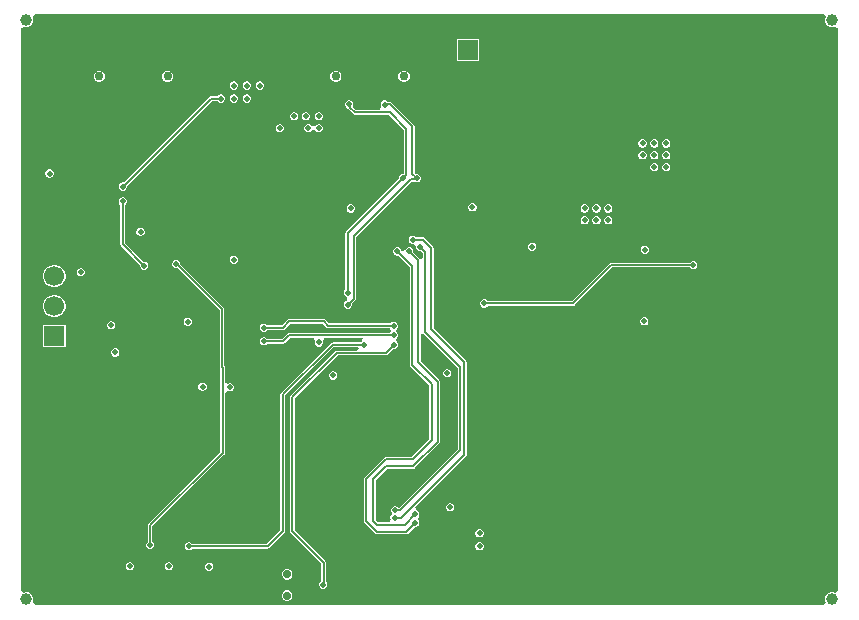
<source format=gbl>
G04*
G04 #@! TF.GenerationSoftware,Altium Limited,Altium Designer,23.8.1 (32)*
G04*
G04 Layer_Physical_Order=4*
G04 Layer_Color=16711680*
%FSLAX44Y44*%
%MOMM*%
G71*
G04*
G04 #@! TF.SameCoordinates,D96BB530-8D29-4B5F-9446-CCACF09A0524*
G04*
G04*
G04 #@! TF.FilePolarity,Positive*
G04*
G01*
G75*
%ADD10C,0.2000*%
%ADD65C,1.0000*%
%ADD71C,0.7000*%
%ADD81C,1.7000*%
%ADD82R,1.7000X1.7000*%
%ADD83C,0.7500*%
%ADD84O,1.2000X2.0000*%
%ADD85O,1.2000X2.3000*%
%ADD86C,0.5000*%
G36*
X717246Y526670D02*
X716800Y525593D01*
Y523206D01*
X717713Y521001D01*
X719401Y519313D01*
X721607Y518400D01*
X723994D01*
X725020Y518825D01*
X727560Y517356D01*
Y41044D01*
X725020Y39575D01*
X723994Y40000D01*
X721607D01*
X719401Y39087D01*
X717713Y37399D01*
X716800Y35194D01*
Y32806D01*
X717238Y31750D01*
X715786Y29210D01*
X47314D01*
X45862Y31750D01*
X46300Y32806D01*
Y35194D01*
X45387Y37399D01*
X43699Y39087D01*
X41494Y40000D01*
X39107D01*
X38100Y39583D01*
X35560Y41064D01*
Y517336D01*
X38100Y518817D01*
X39107Y518400D01*
X41494D01*
X43699Y519313D01*
X45387Y521001D01*
X46300Y523206D01*
Y525593D01*
X45854Y526670D01*
X47294Y529210D01*
X715806D01*
X717246Y526670D01*
D02*
G37*
%LPC*%
G36*
X423500Y508500D02*
X404500D01*
Y489500D01*
X423500D01*
Y508500D01*
D02*
G37*
G36*
X361024Y481462D02*
X359134D01*
X357388Y480738D01*
X356052Y479402D01*
X355329Y477657D01*
Y475767D01*
X356052Y474021D01*
X357388Y472685D01*
X359134Y471962D01*
X361024D01*
X362770Y472685D01*
X364106Y474021D01*
X364829Y475767D01*
Y477657D01*
X364106Y479402D01*
X362770Y480738D01*
X361024Y481462D01*
D02*
G37*
G36*
X303223D02*
X301334D01*
X299588Y480738D01*
X298252Y479402D01*
X297529Y477657D01*
Y475767D01*
X298252Y474021D01*
X299588Y472685D01*
X301334Y471962D01*
X303223D01*
X304969Y472685D01*
X306306Y474021D01*
X307029Y475767D01*
Y477657D01*
X306306Y479402D01*
X304969Y480738D01*
X303223Y481462D01*
D02*
G37*
G36*
X160794D02*
X158904D01*
X157158Y480738D01*
X155822Y479402D01*
X155099Y477657D01*
Y475767D01*
X155822Y474021D01*
X157158Y472685D01*
X158904Y471962D01*
X160794D01*
X162540Y472685D01*
X163876Y474021D01*
X164599Y475767D01*
Y477657D01*
X163876Y479402D01*
X162540Y480738D01*
X160794Y481462D01*
D02*
G37*
G36*
X102993D02*
X101104D01*
X99358Y480738D01*
X98022Y479402D01*
X97299Y477657D01*
Y475767D01*
X98022Y474021D01*
X99358Y472685D01*
X101104Y471962D01*
X102993D01*
X104739Y472685D01*
X106075Y474021D01*
X106799Y475767D01*
Y477657D01*
X106075Y479402D01*
X104739Y480738D01*
X102993Y481462D01*
D02*
G37*
G36*
X238696Y472500D02*
X237304D01*
X236017Y471967D01*
X235033Y470983D01*
X234500Y469696D01*
Y468304D01*
X235033Y467017D01*
X236017Y466033D01*
X237304Y465500D01*
X238696D01*
X239983Y466033D01*
X240967Y467017D01*
X241500Y468304D01*
Y469696D01*
X240967Y470983D01*
X239983Y471967D01*
X238696Y472500D01*
D02*
G37*
G36*
X227696D02*
X226304D01*
X225017Y471967D01*
X224033Y470983D01*
X223500Y469696D01*
Y468304D01*
X224033Y467017D01*
X225017Y466033D01*
X226304Y465500D01*
X227696D01*
X228983Y466033D01*
X229967Y467017D01*
X230500Y468304D01*
Y469696D01*
X229967Y470983D01*
X228983Y471967D01*
X227696Y472500D01*
D02*
G37*
G36*
X216696D02*
X215304D01*
X214017Y471967D01*
X213033Y470983D01*
X212500Y469696D01*
Y468304D01*
X213033Y467017D01*
X214017Y466033D01*
X215304Y465500D01*
X216696D01*
X217983Y466033D01*
X218967Y467017D01*
X219500Y468304D01*
Y469696D01*
X218967Y470983D01*
X217983Y471967D01*
X216696Y472500D01*
D02*
G37*
G36*
X205696Y461500D02*
X204304D01*
X203017Y460967D01*
X202089Y460039D01*
X196500D01*
X196500Y460039D01*
X195720Y459884D01*
X195058Y459442D01*
X122616Y387000D01*
X121304D01*
X120017Y386467D01*
X119033Y385483D01*
X118500Y384196D01*
Y382804D01*
X119033Y381517D01*
X120017Y380533D01*
X121304Y380000D01*
X122696D01*
X123983Y380533D01*
X124967Y381517D01*
X125500Y382804D01*
Y384116D01*
X197345Y455961D01*
X202089D01*
X203017Y455033D01*
X204304Y454500D01*
X205696D01*
X206983Y455033D01*
X207967Y456017D01*
X208500Y457304D01*
Y458696D01*
X207967Y459983D01*
X206983Y460967D01*
X205696Y461500D01*
D02*
G37*
G36*
X227696D02*
X226304D01*
X225017Y460967D01*
X224033Y459983D01*
X223500Y458696D01*
Y457304D01*
X224033Y456017D01*
X225017Y455033D01*
X226304Y454500D01*
X227696D01*
X228983Y455033D01*
X229967Y456017D01*
X230500Y457304D01*
Y458696D01*
X229967Y459983D01*
X228983Y460967D01*
X227696Y461500D01*
D02*
G37*
G36*
X216696D02*
X215304D01*
X214017Y460967D01*
X213033Y459983D01*
X212500Y458696D01*
Y457304D01*
X213033Y456017D01*
X214017Y455033D01*
X215304Y454500D01*
X216696D01*
X217983Y455033D01*
X218967Y456017D01*
X219500Y457304D01*
Y458696D01*
X218967Y459983D01*
X217983Y460967D01*
X216696Y461500D01*
D02*
G37*
G36*
X288696Y446500D02*
X287304D01*
X286017Y445967D01*
X285033Y444983D01*
X284500Y443696D01*
Y442304D01*
X285033Y441017D01*
X286017Y440033D01*
X287304Y439500D01*
X288696D01*
X289983Y440033D01*
X290967Y441017D01*
X291500Y442304D01*
Y443696D01*
X290967Y444983D01*
X289983Y445967D01*
X288696Y446500D01*
D02*
G37*
G36*
X277696D02*
X276304D01*
X275017Y445967D01*
X274033Y444983D01*
X273500Y443696D01*
Y442304D01*
X274033Y441017D01*
X275017Y440033D01*
X276304Y439500D01*
X277696D01*
X278983Y440033D01*
X279967Y441017D01*
X280500Y442304D01*
Y443696D01*
X279967Y444983D01*
X278983Y445967D01*
X277696Y446500D01*
D02*
G37*
G36*
X267696D02*
X266304D01*
X265017Y445967D01*
X264033Y444983D01*
X263500Y443696D01*
Y442304D01*
X264033Y441017D01*
X265017Y440033D01*
X266304Y439500D01*
X267696D01*
X268983Y440033D01*
X269967Y441017D01*
X270500Y442304D01*
Y443696D01*
X269967Y444983D01*
X268983Y445967D01*
X267696Y446500D01*
D02*
G37*
G36*
X288696Y436500D02*
X287304D01*
X286017Y435967D01*
X285033Y434983D01*
X284847Y434533D01*
X282153D01*
X281967Y434983D01*
X280983Y435967D01*
X279696Y436500D01*
X278304D01*
X277017Y435967D01*
X276033Y434983D01*
X275500Y433696D01*
Y432304D01*
X276033Y431017D01*
X277017Y430033D01*
X278304Y429500D01*
X279696D01*
X280983Y430033D01*
X281967Y431017D01*
X282153Y431467D01*
X284847D01*
X285033Y431017D01*
X286017Y430033D01*
X287304Y429500D01*
X288696D01*
X289983Y430033D01*
X290967Y431017D01*
X291500Y432304D01*
Y433696D01*
X290967Y434983D01*
X289983Y435967D01*
X288696Y436500D01*
D02*
G37*
G36*
X255696D02*
X254304D01*
X253017Y435967D01*
X252033Y434983D01*
X251500Y433696D01*
Y432304D01*
X252033Y431017D01*
X253017Y430033D01*
X254304Y429500D01*
X255696D01*
X256983Y430033D01*
X257967Y431017D01*
X258500Y432304D01*
Y433696D01*
X257967Y434983D01*
X256983Y435967D01*
X255696Y436500D01*
D02*
G37*
G36*
X582696Y423500D02*
X581304D01*
X580017Y422967D01*
X579033Y421983D01*
X578500Y420696D01*
Y419304D01*
X579033Y418017D01*
X580017Y417033D01*
X581304Y416500D01*
X582696D01*
X583983Y417033D01*
X584967Y418017D01*
X585500Y419304D01*
Y420696D01*
X584967Y421983D01*
X583983Y422967D01*
X582696Y423500D01*
D02*
G37*
G36*
X572696D02*
X571304D01*
X570017Y422967D01*
X569033Y421983D01*
X568500Y420696D01*
Y419304D01*
X569033Y418017D01*
X570017Y417033D01*
X571304Y416500D01*
X572696D01*
X573983Y417033D01*
X574967Y418017D01*
X575500Y419304D01*
Y420696D01*
X574967Y421983D01*
X573983Y422967D01*
X572696Y423500D01*
D02*
G37*
G36*
X562696D02*
X561304D01*
X560017Y422967D01*
X559033Y421983D01*
X558500Y420696D01*
Y419304D01*
X559033Y418017D01*
X560017Y417033D01*
X561304Y416500D01*
X562696D01*
X563983Y417033D01*
X564967Y418017D01*
X565500Y419304D01*
Y420696D01*
X564967Y421983D01*
X563983Y422967D01*
X562696Y423500D01*
D02*
G37*
G36*
X582696Y413500D02*
X581304D01*
X580017Y412967D01*
X579033Y411983D01*
X578500Y410696D01*
Y409304D01*
X579033Y408017D01*
X580017Y407033D01*
X581304Y406500D01*
X582696D01*
X583983Y407033D01*
X584967Y408017D01*
X585500Y409304D01*
Y410696D01*
X584967Y411983D01*
X583983Y412967D01*
X582696Y413500D01*
D02*
G37*
G36*
X572696D02*
X571304D01*
X570017Y412967D01*
X569033Y411983D01*
X568500Y410696D01*
Y409304D01*
X569033Y408017D01*
X570017Y407033D01*
X571304Y406500D01*
X572696D01*
X573983Y407033D01*
X574967Y408017D01*
X575500Y409304D01*
Y410696D01*
X574967Y411983D01*
X573983Y412967D01*
X572696Y413500D01*
D02*
G37*
G36*
X562696D02*
X561304D01*
X560017Y412967D01*
X559033Y411983D01*
X558500Y410696D01*
Y409304D01*
X559033Y408017D01*
X560017Y407033D01*
X561304Y406500D01*
X562696D01*
X563983Y407033D01*
X564967Y408017D01*
X565500Y409304D01*
Y410696D01*
X564967Y411983D01*
X563983Y412967D01*
X562696Y413500D01*
D02*
G37*
G36*
X582696Y403500D02*
X581304D01*
X580017Y402967D01*
X579033Y401983D01*
X578500Y400696D01*
Y399304D01*
X579033Y398017D01*
X580017Y397033D01*
X581304Y396500D01*
X582696D01*
X583983Y397033D01*
X584967Y398017D01*
X585500Y399304D01*
Y400696D01*
X584967Y401983D01*
X583983Y402967D01*
X582696Y403500D01*
D02*
G37*
G36*
X572696D02*
X571304D01*
X570017Y402967D01*
X569033Y401983D01*
X568500Y400696D01*
Y399304D01*
X569033Y398017D01*
X570017Y397033D01*
X571304Y396500D01*
X572696D01*
X573983Y397033D01*
X574967Y398017D01*
X575500Y399304D01*
Y400696D01*
X574967Y401983D01*
X573983Y402967D01*
X572696Y403500D01*
D02*
G37*
G36*
X60696Y398000D02*
X59304D01*
X58017Y397467D01*
X57033Y396483D01*
X56500Y395196D01*
Y393804D01*
X57033Y392517D01*
X58017Y391533D01*
X59304Y391000D01*
X60696D01*
X61983Y391533D01*
X62967Y392517D01*
X63500Y393804D01*
Y395196D01*
X62967Y396483D01*
X61983Y397467D01*
X60696Y398000D01*
D02*
G37*
G36*
X314196Y456500D02*
X312804D01*
X311517Y455967D01*
X310533Y454983D01*
X310000Y453696D01*
Y452304D01*
X310533Y451017D01*
X311517Y450033D01*
X312804Y449500D01*
X312809D01*
X313197Y448919D01*
X317058Y445058D01*
X317720Y444616D01*
X318500Y444461D01*
X318500Y444461D01*
X347155D01*
X359961Y431655D01*
Y394345D01*
X359616Y394000D01*
X358304D01*
X357017Y393467D01*
X356033Y392483D01*
X355500Y391196D01*
Y389884D01*
X311058Y345442D01*
X310616Y344780D01*
X310461Y344000D01*
Y296411D01*
X309533Y295483D01*
X309000Y294196D01*
Y292804D01*
X309533Y291517D01*
X310517Y290533D01*
X311530Y290114D01*
X311853Y288540D01*
X311889Y287460D01*
X311422Y286842D01*
X310517Y286467D01*
X309533Y285483D01*
X309000Y284196D01*
Y282804D01*
X309533Y281517D01*
X310517Y280533D01*
X311804Y280000D01*
X313196D01*
X314483Y280533D01*
X315467Y281517D01*
X316000Y282804D01*
Y284116D01*
X318942Y287058D01*
X319384Y287720D01*
X319539Y288500D01*
X319539Y288500D01*
Y340655D01*
X366236Y387353D01*
X369017Y387533D01*
X370304Y387000D01*
X371696D01*
X372983Y387533D01*
X373967Y388517D01*
X374500Y389804D01*
Y391196D01*
X373967Y392483D01*
X372983Y393467D01*
X371696Y394000D01*
X370384D01*
X369039Y395345D01*
Y434500D01*
X369039Y434500D01*
X368884Y435280D01*
X368442Y435942D01*
X349942Y454442D01*
X349280Y454884D01*
X348500Y455039D01*
X346529D01*
X345675Y455893D01*
X344388Y456426D01*
X342996D01*
X341710Y455893D01*
X340725Y454909D01*
X340192Y453622D01*
Y452230D01*
X340725Y450943D01*
X339537Y448539D01*
X319345D01*
X316639Y451245D01*
X316614Y451372D01*
X317000Y452304D01*
Y453696D01*
X316467Y454983D01*
X315483Y455967D01*
X314196Y456500D01*
D02*
G37*
G36*
X418696Y369500D02*
X417304D01*
X416017Y368967D01*
X415033Y367983D01*
X414500Y366696D01*
Y365304D01*
X415033Y364017D01*
X416017Y363033D01*
X417304Y362500D01*
X418696D01*
X419983Y363033D01*
X420967Y364017D01*
X421500Y365304D01*
Y366696D01*
X420967Y367983D01*
X419983Y368967D01*
X418696Y369500D01*
D02*
G37*
G36*
X533696Y368500D02*
X532304D01*
X531017Y367967D01*
X530033Y366983D01*
X529500Y365696D01*
Y364304D01*
X530033Y363017D01*
X531017Y362033D01*
X532304Y361500D01*
X533696D01*
X534983Y362033D01*
X535967Y363017D01*
X536500Y364304D01*
Y365696D01*
X535967Y366983D01*
X534983Y367967D01*
X533696Y368500D01*
D02*
G37*
G36*
X523696D02*
X522304D01*
X521017Y367967D01*
X520033Y366983D01*
X519500Y365696D01*
Y364304D01*
X520033Y363017D01*
X521017Y362033D01*
X522304Y361500D01*
X523696D01*
X524983Y362033D01*
X525967Y363017D01*
X526500Y364304D01*
Y365696D01*
X525967Y366983D01*
X524983Y367967D01*
X523696Y368500D01*
D02*
G37*
G36*
X513696D02*
X512304D01*
X511017Y367967D01*
X510033Y366983D01*
X509500Y365696D01*
Y364304D01*
X510033Y363017D01*
X511017Y362033D01*
X512304Y361500D01*
X513696D01*
X514983Y362033D01*
X515967Y363017D01*
X516500Y364304D01*
Y365696D01*
X515967Y366983D01*
X514983Y367967D01*
X513696Y368500D01*
D02*
G37*
G36*
X315696D02*
X314304D01*
X313017Y367967D01*
X312033Y366983D01*
X311500Y365696D01*
Y364304D01*
X312033Y363017D01*
X313017Y362033D01*
X314304Y361500D01*
X315696D01*
X316983Y362033D01*
X317967Y363017D01*
X318500Y364304D01*
Y365696D01*
X317967Y366983D01*
X316983Y367967D01*
X315696Y368500D01*
D02*
G37*
G36*
X533696Y358500D02*
X532304D01*
X531017Y357967D01*
X530033Y356983D01*
X529500Y355696D01*
Y354304D01*
X530033Y353017D01*
X531017Y352033D01*
X532304Y351500D01*
X533696D01*
X534983Y352033D01*
X535967Y353017D01*
X536500Y354304D01*
Y355696D01*
X535967Y356983D01*
X534983Y357967D01*
X533696Y358500D01*
D02*
G37*
G36*
X523696D02*
X522304D01*
X521017Y357967D01*
X520033Y356983D01*
X519500Y355696D01*
Y354304D01*
X520033Y353017D01*
X521017Y352033D01*
X522304Y351500D01*
X523696D01*
X524983Y352033D01*
X525967Y353017D01*
X526500Y354304D01*
Y355696D01*
X525967Y356983D01*
X524983Y357967D01*
X523696Y358500D01*
D02*
G37*
G36*
X513696D02*
X512304D01*
X511017Y357967D01*
X510033Y356983D01*
X509500Y355696D01*
Y354304D01*
X510033Y353017D01*
X511017Y352033D01*
X512304Y351500D01*
X513696D01*
X514983Y352033D01*
X515967Y353017D01*
X516500Y354304D01*
Y355696D01*
X515967Y356983D01*
X514983Y357967D01*
X513696Y358500D01*
D02*
G37*
G36*
X137696Y348500D02*
X136304D01*
X135017Y347967D01*
X134033Y346983D01*
X133500Y345696D01*
Y344304D01*
X134033Y343017D01*
X135017Y342033D01*
X136304Y341500D01*
X137696D01*
X138983Y342033D01*
X139967Y343017D01*
X140500Y344304D01*
Y345696D01*
X139967Y346983D01*
X138983Y347967D01*
X137696Y348500D01*
D02*
G37*
G36*
X469196Y336000D02*
X467804D01*
X466517Y335467D01*
X465533Y334483D01*
X465000Y333196D01*
Y331804D01*
X465533Y330517D01*
X466517Y329533D01*
X467804Y329000D01*
X469196D01*
X470483Y329533D01*
X471467Y330517D01*
X472000Y331804D01*
Y333196D01*
X471467Y334483D01*
X470483Y335467D01*
X469196Y336000D01*
D02*
G37*
G36*
X564696Y333500D02*
X563304D01*
X562017Y332967D01*
X561033Y331983D01*
X560500Y330696D01*
Y329304D01*
X561033Y328017D01*
X562017Y327033D01*
X563304Y326500D01*
X564696D01*
X565983Y327033D01*
X566967Y328017D01*
X567500Y329304D01*
Y330696D01*
X566967Y331983D01*
X565983Y332967D01*
X564696Y333500D01*
D02*
G37*
G36*
X368196Y342000D02*
X366804D01*
X365517Y341467D01*
X364533Y340483D01*
X364000Y339196D01*
Y337804D01*
X364533Y336517D01*
X365517Y335533D01*
X366804Y335000D01*
X368196D01*
X370000Y333196D01*
Y331804D01*
X370533Y330517D01*
X371517Y329533D01*
X372804Y329000D01*
X374116D01*
X375961Y327155D01*
Y323244D01*
X373512Y322464D01*
X373421Y322463D01*
X368000Y327884D01*
Y329196D01*
X367467Y330483D01*
X366483Y331467D01*
X365196Y332000D01*
X363804D01*
X362517Y331467D01*
X361533Y330483D01*
X361114Y329470D01*
X359540Y329147D01*
X358460Y329111D01*
X357842Y329578D01*
X357467Y330483D01*
X356483Y331467D01*
X355196Y332000D01*
X353804D01*
X352517Y331467D01*
X351533Y330483D01*
X351000Y329196D01*
Y327804D01*
X351533Y326517D01*
X352517Y325533D01*
X353804Y325000D01*
X355116D01*
X364961Y315155D01*
Y232500D01*
X365116Y231720D01*
X365558Y231058D01*
X381461Y215155D01*
Y169345D01*
X366655Y154539D01*
X345000D01*
X345000Y154539D01*
X344220Y154384D01*
X343558Y153942D01*
X326558Y136942D01*
X326116Y136280D01*
X325961Y135500D01*
Y100500D01*
X326116Y99720D01*
X326558Y99058D01*
X336058Y89558D01*
X336058Y89558D01*
X336720Y89116D01*
X337500Y88961D01*
X361790D01*
X362570Y89116D01*
X363232Y89558D01*
X368970Y95296D01*
X370283D01*
X371569Y95829D01*
X372553Y96814D01*
X373086Y98100D01*
Y99493D01*
X372553Y100779D01*
X372551Y100782D01*
X371805Y102354D01*
X372467Y104017D01*
X373000Y105304D01*
Y106696D01*
X372467Y107983D01*
X371483Y108967D01*
X370444Y109397D01*
X369906Y110551D01*
X369495Y112040D01*
X412477Y155022D01*
X412477Y155022D01*
X412920Y155684D01*
X413075Y156465D01*
X413075Y156465D01*
Y234535D01*
X413075Y234536D01*
X412920Y235316D01*
X412477Y235977D01*
X412477Y235977D01*
X385039Y263416D01*
Y331485D01*
X384884Y332266D01*
X384442Y332927D01*
X384442Y332927D01*
X377427Y339942D01*
X376766Y340384D01*
X375985Y340539D01*
X370411D01*
X369483Y341467D01*
X368196Y342000D01*
D02*
G37*
G36*
X605696Y320500D02*
X604304D01*
X603017Y319967D01*
X602089Y319039D01*
X535500D01*
X535500Y319039D01*
X534720Y318884D01*
X534058Y318442D01*
X502155Y286539D01*
X430911D01*
X429983Y287467D01*
X428696Y288000D01*
X427304D01*
X426017Y287467D01*
X425033Y286483D01*
X424500Y285196D01*
Y283804D01*
X425033Y282517D01*
X426017Y281533D01*
X427304Y281000D01*
X428696D01*
X429983Y281533D01*
X430911Y282461D01*
X503000D01*
X503780Y282616D01*
X504442Y283058D01*
X536345Y314961D01*
X602089D01*
X603017Y314033D01*
X604304Y313500D01*
X605696D01*
X606983Y314033D01*
X607967Y315017D01*
X608500Y316304D01*
Y317696D01*
X607967Y318983D01*
X606983Y319967D01*
X605696Y320500D01*
D02*
G37*
G36*
X216696Y325000D02*
X215304D01*
X214017Y324467D01*
X213033Y323483D01*
X212500Y322196D01*
Y320804D01*
X213033Y319517D01*
X214017Y318533D01*
X215304Y318000D01*
X216696D01*
X217983Y318533D01*
X218967Y319517D01*
X219500Y320804D01*
Y322196D01*
X218967Y323483D01*
X217983Y324467D01*
X216696Y325000D01*
D02*
G37*
G36*
X122696Y374500D02*
X121304D01*
X120017Y373967D01*
X119033Y372983D01*
X118500Y371696D01*
Y370304D01*
X119033Y369017D01*
X119961Y368089D01*
Y334500D01*
X120116Y333720D01*
X120558Y333058D01*
X136500Y317116D01*
Y315804D01*
X137033Y314517D01*
X138017Y313533D01*
X139304Y313000D01*
X140696D01*
X141983Y313533D01*
X142967Y314517D01*
X143500Y315804D01*
Y317196D01*
X142967Y318483D01*
X141983Y319467D01*
X140696Y320000D01*
X139384D01*
X124039Y335345D01*
Y368089D01*
X124967Y369017D01*
X125500Y370304D01*
Y371696D01*
X124967Y372983D01*
X123983Y373967D01*
X122696Y374500D01*
D02*
G37*
G36*
X87196Y314500D02*
X85804D01*
X84517Y313967D01*
X83533Y312983D01*
X83000Y311696D01*
Y310304D01*
X83533Y309017D01*
X84517Y308033D01*
X85804Y307500D01*
X87196D01*
X88483Y308033D01*
X89467Y309017D01*
X90000Y310304D01*
Y311696D01*
X89467Y312983D01*
X88483Y313967D01*
X87196Y314500D01*
D02*
G37*
G36*
X65251Y317200D02*
X62749D01*
X60333Y316553D01*
X58167Y315302D01*
X56398Y313533D01*
X55147Y311367D01*
X54500Y308951D01*
Y306449D01*
X55147Y304033D01*
X56398Y301867D01*
X58167Y300098D01*
X60333Y298847D01*
X62749Y298200D01*
X65251D01*
X67667Y298847D01*
X69833Y300098D01*
X71602Y301867D01*
X72853Y304033D01*
X73500Y306449D01*
Y308951D01*
X72853Y311367D01*
X71602Y313533D01*
X69833Y315302D01*
X67667Y316553D01*
X65251Y317200D01*
D02*
G37*
G36*
Y291800D02*
X62749D01*
X60333Y291153D01*
X58167Y289902D01*
X56398Y288133D01*
X55147Y285967D01*
X54500Y283551D01*
Y281049D01*
X55147Y278633D01*
X56398Y276467D01*
X58167Y274698D01*
X60333Y273447D01*
X62749Y272800D01*
X65251D01*
X67667Y273447D01*
X69833Y274698D01*
X71602Y276467D01*
X72853Y278633D01*
X73500Y281049D01*
Y283551D01*
X72853Y285967D01*
X71602Y288133D01*
X69833Y289902D01*
X67667Y291153D01*
X65251Y291800D01*
D02*
G37*
G36*
X263000Y271539D02*
X262220Y271384D01*
X261558Y270942D01*
X261558Y270942D01*
X256655Y266039D01*
X244411D01*
X243483Y266967D01*
X242196Y267500D01*
X240804D01*
X239517Y266967D01*
X238533Y265983D01*
X238000Y264696D01*
Y263304D01*
X238533Y262017D01*
X239517Y261033D01*
X240804Y260500D01*
X242196D01*
X243483Y261033D01*
X244411Y261961D01*
X257500D01*
X258280Y262116D01*
X258942Y262558D01*
X263845Y267461D01*
X291155D01*
X294558Y264058D01*
X294558Y264058D01*
X295220Y263616D01*
X296000Y263461D01*
X347781D01*
X348979Y261500D01*
X347781Y259539D01*
X262500D01*
X262500Y259539D01*
X261720Y259384D01*
X261058Y258942D01*
X256655Y254539D01*
X244411D01*
X243483Y255467D01*
X242196Y256000D01*
X240804D01*
X239517Y255467D01*
X238533Y254483D01*
X238000Y253196D01*
Y251804D01*
X238533Y250517D01*
X239517Y249533D01*
X240804Y249000D01*
X242196D01*
X243483Y249533D01*
X244411Y250461D01*
X257500D01*
X258280Y250616D01*
X258942Y251058D01*
X263345Y255461D01*
X283419D01*
X284006Y254741D01*
X284800Y252921D01*
X284500Y252196D01*
Y250804D01*
X285033Y249517D01*
X286017Y248533D01*
X287304Y248000D01*
X288696D01*
X289983Y248533D01*
X290967Y249517D01*
X291500Y250804D01*
Y252196D01*
X291200Y252921D01*
X291994Y254741D01*
X292581Y255461D01*
X324840D01*
X324987Y255347D01*
X324860Y252609D01*
X324517Y252467D01*
X323589Y251539D01*
X299500D01*
X298720Y251384D01*
X298058Y250942D01*
X298058Y250942D01*
X256058Y208942D01*
X255616Y208280D01*
X255461Y207500D01*
Y92845D01*
X243655Y81039D01*
X180911D01*
X179983Y81967D01*
X178696Y82500D01*
X177304D01*
X176017Y81967D01*
X175033Y80983D01*
X174500Y79696D01*
Y78304D01*
X175033Y77017D01*
X176017Y76033D01*
X177304Y75500D01*
X178696D01*
X179983Y76033D01*
X180911Y76961D01*
X244500D01*
X245280Y77116D01*
X245942Y77558D01*
X258942Y90558D01*
X259384Y91220D01*
X259539Y92000D01*
Y206655D01*
X300345Y247461D01*
X321432D01*
X321715Y247079D01*
X320436Y244539D01*
X303000D01*
X303000Y244539D01*
X302220Y244384D01*
X301558Y243942D01*
X264058Y206442D01*
X263616Y205780D01*
X263461Y205000D01*
Y91500D01*
X263616Y90720D01*
X264058Y90058D01*
X289961Y64155D01*
Y49651D01*
X289517Y49467D01*
X288533Y48483D01*
X288000Y47196D01*
Y45804D01*
X288533Y44517D01*
X289517Y43533D01*
X290804Y43000D01*
X292196D01*
X293483Y43533D01*
X294467Y44517D01*
X295000Y45804D01*
Y47196D01*
X294467Y48483D01*
X294039Y48911D01*
Y65000D01*
X294039Y65000D01*
X293884Y65780D01*
X293442Y66442D01*
X267539Y92345D01*
Y204155D01*
X303845Y240461D01*
X344500D01*
X345280Y240616D01*
X345942Y241058D01*
X350884Y246000D01*
X352196D01*
X353483Y246533D01*
X354467Y247517D01*
X355000Y248804D01*
Y250196D01*
X354467Y251483D01*
X353966Y251984D01*
X353679Y253500D01*
X353966Y255016D01*
X354467Y255517D01*
X355000Y256804D01*
Y258196D01*
X354467Y259483D01*
X353966Y259984D01*
X353679Y261500D01*
X353966Y263016D01*
X354467Y263517D01*
X355000Y264804D01*
Y266196D01*
X354467Y267483D01*
X353483Y268467D01*
X352196Y269000D01*
X350804D01*
X349517Y268467D01*
X348589Y267539D01*
X296845D01*
X293442Y270942D01*
X292780Y271384D01*
X292000Y271539D01*
X263000D01*
X263000Y271539D01*
D02*
G37*
G36*
X564196Y273000D02*
X562804D01*
X561517Y272467D01*
X560533Y271483D01*
X560000Y270196D01*
Y268804D01*
X560533Y267517D01*
X561517Y266533D01*
X562804Y266000D01*
X564196D01*
X565483Y266533D01*
X566467Y267517D01*
X567000Y268804D01*
Y270196D01*
X566467Y271483D01*
X565483Y272467D01*
X564196Y273000D01*
D02*
G37*
G36*
X177696Y272500D02*
X176304D01*
X175017Y271967D01*
X174033Y270983D01*
X173500Y269696D01*
Y268304D01*
X174033Y267017D01*
X175017Y266033D01*
X176304Y265500D01*
X177696D01*
X178983Y266033D01*
X179967Y267017D01*
X180500Y268304D01*
Y269696D01*
X179967Y270983D01*
X178983Y271967D01*
X177696Y272500D01*
D02*
G37*
G36*
X112696Y269500D02*
X111304D01*
X110017Y268967D01*
X109033Y267983D01*
X108500Y266696D01*
Y265304D01*
X109033Y264017D01*
X110017Y263033D01*
X111304Y262500D01*
X112696D01*
X113983Y263033D01*
X114967Y264017D01*
X115500Y265304D01*
Y266696D01*
X114967Y267983D01*
X113983Y268967D01*
X112696Y269500D01*
D02*
G37*
G36*
X73500Y266400D02*
X54500D01*
Y247400D01*
X73500D01*
Y266400D01*
D02*
G37*
G36*
X116196Y246500D02*
X114804D01*
X113517Y245967D01*
X112533Y244983D01*
X112000Y243696D01*
Y242304D01*
X112533Y241017D01*
X113517Y240033D01*
X114804Y239500D01*
X116196D01*
X117483Y240033D01*
X118467Y241017D01*
X119000Y242304D01*
Y243696D01*
X118467Y244983D01*
X117483Y245967D01*
X116196Y246500D01*
D02*
G37*
G36*
X300696Y227000D02*
X299304D01*
X298017Y226467D01*
X297033Y225483D01*
X296500Y224196D01*
Y222804D01*
X297033Y221517D01*
X298017Y220533D01*
X299304Y220000D01*
X300696D01*
X301983Y220533D01*
X302967Y221517D01*
X303500Y222804D01*
Y224196D01*
X302967Y225483D01*
X301983Y226467D01*
X300696Y227000D01*
D02*
G37*
G36*
X190196Y217500D02*
X188804D01*
X187517Y216967D01*
X186533Y215983D01*
X186000Y214696D01*
Y213304D01*
X186533Y212017D01*
X187517Y211033D01*
X188804Y210500D01*
X190196D01*
X191483Y211033D01*
X192467Y212017D01*
X193000Y213304D01*
Y214696D01*
X192467Y215983D01*
X191483Y216967D01*
X190196Y217500D01*
D02*
G37*
G36*
X167696Y321500D02*
X166304D01*
X165017Y320967D01*
X164033Y319983D01*
X163500Y318696D01*
Y317304D01*
X164033Y316017D01*
X165017Y315033D01*
X166304Y314500D01*
X167696D01*
X167993Y314623D01*
X203961Y278655D01*
Y231000D01*
X204116Y230220D01*
X204461Y229704D01*
Y158845D01*
X143558Y97942D01*
X143116Y97280D01*
X142961Y96500D01*
Y82911D01*
X142033Y81983D01*
X141500Y80696D01*
Y79304D01*
X142033Y78017D01*
X143017Y77033D01*
X144304Y76500D01*
X145696D01*
X146983Y77033D01*
X147967Y78017D01*
X148500Y79304D01*
Y80696D01*
X147967Y81983D01*
X147039Y82911D01*
Y95655D01*
X207942Y156558D01*
X207942Y156558D01*
X208384Y157220D01*
X208539Y158000D01*
X208539Y158000D01*
Y208919D01*
X209259Y209506D01*
X211079Y210300D01*
X211804Y210000D01*
X213196D01*
X214483Y210533D01*
X215467Y211517D01*
X216000Y212804D01*
Y214196D01*
X215467Y215483D01*
X214483Y216467D01*
X213196Y217000D01*
X211804D01*
X211079Y216700D01*
X209259Y217493D01*
X208539Y218081D01*
Y230500D01*
X208539Y230500D01*
X208384Y231280D01*
X208039Y231796D01*
Y279500D01*
X207884Y280280D01*
X207442Y280942D01*
X207442Y280942D01*
X170500Y317884D01*
Y318696D01*
X169967Y319983D01*
X168983Y320967D01*
X167696Y321500D01*
D02*
G37*
G36*
X399696Y115500D02*
X398304D01*
X397017Y114967D01*
X396033Y113983D01*
X395500Y112696D01*
Y111304D01*
X396033Y110017D01*
X397017Y109033D01*
X398304Y108500D01*
X399696D01*
X400983Y109033D01*
X401967Y110017D01*
X402500Y111304D01*
Y112696D01*
X401967Y113983D01*
X400983Y114967D01*
X399696Y115500D01*
D02*
G37*
G36*
X424696Y93500D02*
X423304D01*
X422017Y92967D01*
X421033Y91983D01*
X420500Y90696D01*
Y89304D01*
X421033Y88017D01*
X422017Y87033D01*
X423304Y86500D01*
X424696D01*
X425983Y87033D01*
X426967Y88017D01*
X427500Y89304D01*
Y90696D01*
X426967Y91983D01*
X425983Y92967D01*
X424696Y93500D01*
D02*
G37*
G36*
Y82500D02*
X423304D01*
X422017Y81967D01*
X421033Y80983D01*
X420500Y79696D01*
Y78304D01*
X421033Y77017D01*
X422017Y76033D01*
X423304Y75500D01*
X424696D01*
X425983Y76033D01*
X426967Y77017D01*
X427500Y78304D01*
Y79696D01*
X426967Y80983D01*
X425983Y81967D01*
X424696Y82500D01*
D02*
G37*
G36*
X161696Y65500D02*
X160304D01*
X159017Y64967D01*
X158033Y63983D01*
X157500Y62696D01*
Y61304D01*
X158033Y60017D01*
X159017Y59033D01*
X160304Y58500D01*
X161696D01*
X162983Y59033D01*
X163967Y60017D01*
X164500Y61304D01*
Y62696D01*
X163967Y63983D01*
X162983Y64967D01*
X161696Y65500D01*
D02*
G37*
G36*
X128696D02*
X127304D01*
X126017Y64967D01*
X125033Y63983D01*
X124500Y62696D01*
Y61304D01*
X125033Y60017D01*
X126017Y59033D01*
X127304Y58500D01*
X128696D01*
X129983Y59033D01*
X130967Y60017D01*
X131500Y61304D01*
Y62696D01*
X130967Y63983D01*
X129983Y64967D01*
X128696Y65500D01*
D02*
G37*
G36*
X195696Y65000D02*
X194304D01*
X193017Y64467D01*
X192033Y63483D01*
X191500Y62196D01*
Y60804D01*
X192033Y59517D01*
X193017Y58533D01*
X194304Y58000D01*
X195696D01*
X196983Y58533D01*
X197967Y59517D01*
X198500Y60804D01*
Y62196D01*
X197967Y63483D01*
X196983Y64467D01*
X195696Y65000D01*
D02*
G37*
G36*
X261915Y59710D02*
X260125D01*
X258471Y59025D01*
X257205Y57759D01*
X256520Y56105D01*
Y54315D01*
X257205Y52661D01*
X258471Y51395D01*
X260125Y50710D01*
X261915D01*
X263569Y51395D01*
X264835Y52661D01*
X265520Y54315D01*
Y56105D01*
X264835Y57759D01*
X263569Y59025D01*
X261915Y59710D01*
D02*
G37*
G36*
Y41710D02*
X260125D01*
X258471Y41025D01*
X257205Y39759D01*
X256520Y38105D01*
Y36315D01*
X257205Y34661D01*
X258471Y33395D01*
X260125Y32710D01*
X261915D01*
X263569Y33395D01*
X264835Y34661D01*
X265520Y36315D01*
Y38105D01*
X264835Y39759D01*
X263569Y41025D01*
X261915Y41710D01*
D02*
G37*
%LPD*%
G36*
X405461Y230155D02*
Y160845D01*
X356155Y111539D01*
X355411D01*
X354483Y112467D01*
X353196Y113000D01*
X351804D01*
X350517Y112467D01*
X349533Y111483D01*
X349000Y110196D01*
Y108804D01*
X349533Y107517D01*
X350007Y106000D01*
X349033Y104983D01*
X348500Y103696D01*
Y102304D01*
X348800Y101579D01*
X348006Y99759D01*
X347419Y99039D01*
X338345D01*
X336039Y101345D01*
Y134655D01*
X345845Y144461D01*
X367500D01*
X368280Y144616D01*
X368942Y145058D01*
X389942Y166058D01*
X390384Y166720D01*
X390539Y167500D01*
Y218071D01*
X390539Y218071D01*
X390384Y218851D01*
X389942Y219513D01*
X389942Y219513D01*
X374039Y235416D01*
Y258256D01*
X376488Y259036D01*
X376579Y259037D01*
X405461Y230155D01*
D02*
G37*
%LPC*%
G36*
X397196Y229000D02*
X395804D01*
X394517Y228467D01*
X393533Y227483D01*
X393000Y226196D01*
Y224804D01*
X393533Y223517D01*
X394517Y222533D01*
X395804Y222000D01*
X397196D01*
X398483Y222533D01*
X399467Y223517D01*
X400000Y224804D01*
Y226196D01*
X399467Y227483D01*
X398483Y228467D01*
X397196Y229000D01*
D02*
G37*
%LPD*%
D10*
X348000Y446500D02*
X362000Y432500D01*
Y393500D02*
Y432500D01*
X312500Y344000D02*
X362000Y393500D01*
X318500Y446500D02*
X348000D01*
X367000Y394500D02*
X371000Y390500D01*
X348500Y453000D02*
X367000Y434500D01*
Y394500D02*
Y434500D01*
X312500Y283500D02*
X317500Y288500D01*
Y341500D02*
X366111Y390111D01*
X317500Y288500D02*
Y341500D01*
X366111Y390111D02*
X370611D01*
X360500Y97000D02*
X369500Y106000D01*
X337500Y97000D02*
X360500D01*
X361790Y91000D02*
X369586Y98796D01*
X357000Y109500D02*
X407500Y160000D01*
X352500Y109500D02*
X357000D01*
X352000Y103000D02*
X357571D01*
X411036Y156465D01*
X367500Y146500D02*
X388500Y167500D01*
X383500Y168500D02*
Y216000D01*
X367500Y152500D02*
X383500Y168500D01*
X345000Y152500D02*
X367500D01*
X328000Y135500D02*
X345000Y152500D01*
Y146500D02*
X367500D01*
X334000Y135500D02*
X345000Y146500D01*
X328000Y100500D02*
Y135500D01*
Y100500D02*
X337500Y91000D01*
X334000Y100500D02*
Y135500D01*
Y100500D02*
X337500Y97000D01*
Y91000D02*
X361790D01*
X375985Y338500D02*
X383000Y331485D01*
X367500Y338500D02*
X375985D01*
X383000Y262571D02*
Y331485D01*
X373500Y332500D02*
X378000Y328000D01*
Y260500D02*
Y328000D01*
Y260500D02*
X407500Y231000D01*
X383000Y262571D02*
X411036Y234536D01*
Y156465D02*
Y234536D01*
X407500Y160000D02*
Y231000D01*
X388500Y167500D02*
Y218071D01*
X354500Y328500D02*
X367000Y316000D01*
Y232500D02*
Y316000D01*
Y232500D02*
X383500Y216000D01*
X364500Y328500D02*
X372000Y321000D01*
Y234571D02*
Y321000D01*
Y234571D02*
X388500Y218071D01*
X535500Y317000D02*
X605000D01*
X428000Y284500D02*
X503000D01*
X535500Y317000D01*
X313500Y452188D02*
Y453000D01*
X314639Y450361D02*
Y451049D01*
Y450361D02*
X318500Y446500D01*
X313500Y452188D02*
X314639Y451049D01*
X343692Y452926D02*
X343766Y453000D01*
X348500D01*
X370611Y390111D02*
X371000Y390500D01*
X312500Y293500D02*
Y344000D01*
X296000Y265500D02*
X351500D01*
X292000Y269500D02*
X296000Y265500D01*
X263000Y269500D02*
X292000D01*
X241500Y264000D02*
X257500D01*
X263000Y269500D01*
X257500Y252500D02*
X262500Y257500D01*
X241500Y252500D02*
X257500D01*
X262500Y257500D02*
X351500D01*
X178000Y79000D02*
X244500D01*
X257500Y92000D02*
Y207500D01*
X244500Y79000D02*
X257500Y92000D01*
X292000Y47000D02*
Y65000D01*
X291500Y46500D02*
X292000Y47000D01*
X265500Y91500D02*
X292000Y65000D01*
X265500Y91500D02*
Y205000D01*
X303000Y242500D01*
X344500D01*
X351500Y249500D01*
X299500D02*
X326500D01*
X257500Y207500D02*
X299500Y249500D01*
X167500Y318000D02*
X206000Y279500D01*
X167000Y318000D02*
X167500D01*
X206000Y231000D02*
Y279500D01*
Y231000D02*
X206500Y230500D01*
Y158000D02*
Y230500D01*
X145000Y96500D02*
X206500Y158000D01*
X145000Y80000D02*
Y96500D01*
X122000Y334500D02*
X140000Y316500D01*
X122000Y334500D02*
Y371000D01*
X196500Y458000D02*
X205000D01*
X122000Y383500D02*
X196500Y458000D01*
D65*
X40300Y524400D02*
D03*
X722800D02*
D03*
Y34000D02*
D03*
X40300D02*
D03*
D71*
X261020Y37210D02*
D03*
Y55210D02*
D03*
D81*
X64000Y333100D02*
D03*
Y307700D02*
D03*
Y282300D02*
D03*
D82*
Y256900D02*
D03*
X414000Y499000D02*
D03*
D83*
X360079Y476712D02*
D03*
X302279D02*
D03*
X159849D02*
D03*
X102049D02*
D03*
D84*
X376180Y513212D02*
D03*
X286179Y513212D02*
D03*
X175950Y513212D02*
D03*
X85949Y513212D02*
D03*
D85*
X286181Y471712D02*
D03*
X376181Y471712D02*
D03*
X85951Y471712D02*
D03*
X175951Y471712D02*
D03*
D86*
X315500Y216000D02*
D03*
X326500Y219000D02*
D03*
X336000D02*
D03*
X341500Y175500D02*
D03*
X352000D02*
D03*
X364500Y177000D02*
D03*
X318500D02*
D03*
X330500Y175500D02*
D03*
X336000Y228000D02*
D03*
X352000Y219000D02*
D03*
X361000D02*
D03*
X378000Y195000D02*
D03*
X368500Y214000D02*
D03*
X352000Y228000D02*
D03*
X378000Y206000D02*
D03*
X614000Y282000D02*
D03*
X396500Y162000D02*
D03*
X377500Y144500D02*
D03*
X343000Y128500D02*
D03*
Y111500D02*
D03*
X250000Y513000D02*
D03*
X227500Y488500D02*
D03*
X201000Y489000D02*
D03*
X467000Y464500D02*
D03*
X494000Y451500D02*
D03*
X527000Y511500D02*
D03*
X566000Y472500D02*
D03*
X611500Y418500D02*
D03*
X610000Y353000D02*
D03*
X614500Y217000D02*
D03*
X582500Y156000D02*
D03*
X527500Y98500D02*
D03*
X475500Y58000D02*
D03*
X413000Y59000D02*
D03*
X485500Y164500D02*
D03*
X454000Y136000D02*
D03*
X413500Y135000D02*
D03*
X520500Y279000D02*
D03*
X503500Y239000D02*
D03*
X481500Y290000D02*
D03*
X447000D02*
D03*
X472000Y250000D02*
D03*
X441500Y250500D02*
D03*
X104000Y342000D02*
D03*
X251000Y294000D02*
D03*
X271000Y313000D02*
D03*
X270000Y354500D02*
D03*
X243500Y381000D02*
D03*
X173000Y385000D02*
D03*
X228500Y338000D02*
D03*
X212500Y353000D02*
D03*
X255000Y457000D02*
D03*
X396500Y225500D02*
D03*
X388000Y228000D02*
D03*
X324500Y365000D02*
D03*
X369500Y106000D02*
D03*
X369586Y98796D02*
D03*
X352500Y109500D02*
D03*
X352000Y103000D02*
D03*
X367500Y338500D02*
D03*
X373500Y332500D02*
D03*
X368500Y188500D02*
D03*
X354500Y328500D02*
D03*
X364500D02*
D03*
X437000Y465000D02*
D03*
X605000Y317000D02*
D03*
X428000Y284500D02*
D03*
X427500Y308500D02*
D03*
X418000Y366000D02*
D03*
X455500Y346500D02*
D03*
Y358500D02*
D03*
X468500Y332500D02*
D03*
X405000Y328500D02*
D03*
X418000Y391500D02*
D03*
X383000Y390500D02*
D03*
X347000D02*
D03*
X315000Y391500D02*
D03*
Y365000D02*
D03*
X313500Y453000D02*
D03*
X343692Y452926D02*
D03*
X371000Y390500D02*
D03*
X359000D02*
D03*
X312500Y293500D02*
D03*
Y283500D02*
D03*
X263000Y250000D02*
D03*
X241500Y264000D02*
D03*
X288000Y251500D02*
D03*
X241500Y252500D02*
D03*
X351500Y265500D02*
D03*
Y257500D02*
D03*
X396500Y199000D02*
D03*
X301000Y63500D02*
D03*
X231000Y46000D02*
D03*
X291500Y46500D02*
D03*
X351500Y249500D02*
D03*
X178000Y79000D02*
D03*
X326500Y249500D02*
D03*
X315500Y206500D02*
D03*
X287000Y199000D02*
D03*
X300000D02*
D03*
Y223500D02*
D03*
X144500Y347000D02*
D03*
X218000Y313000D02*
D03*
X217000Y301000D02*
D03*
X289500Y263500D02*
D03*
X271000Y415000D02*
D03*
X219000Y431500D02*
D03*
X218000Y400500D02*
D03*
X208500D02*
D03*
X199000D02*
D03*
X167000Y318000D02*
D03*
X145000Y80000D02*
D03*
X195000Y61500D02*
D03*
X161000Y62000D02*
D03*
X111000Y79500D02*
D03*
X128000Y62000D02*
D03*
X216000Y321500D02*
D03*
X137000Y345000D02*
D03*
X140000Y316500D02*
D03*
X122000Y371000D02*
D03*
X86500Y311000D02*
D03*
Y286000D02*
D03*
X112000Y274000D02*
D03*
X86500Y266000D02*
D03*
X112000D02*
D03*
X115500Y243000D02*
D03*
X119500Y196000D02*
D03*
X130000Y177000D02*
D03*
X115500Y217500D02*
D03*
X128000D02*
D03*
X139500Y217000D02*
D03*
X119500Y185500D02*
D03*
X140000Y171000D02*
D03*
X157000D02*
D03*
X173500D02*
D03*
X194000Y193000D02*
D03*
Y204000D02*
D03*
X224000Y213500D02*
D03*
X212500D02*
D03*
X201000D02*
D03*
X179000Y213000D02*
D03*
X189500Y214000D02*
D03*
X177000Y269000D02*
D03*
X173000Y240000D02*
D03*
X168000Y217500D02*
D03*
Y228000D02*
D03*
X151000Y217500D02*
D03*
Y228000D02*
D03*
X151500Y239000D02*
D03*
X183000Y186000D02*
D03*
X130000Y203000D02*
D03*
X242000Y321500D02*
D03*
X137000Y371000D02*
D03*
X122000Y383500D02*
D03*
Y395500D02*
D03*
X60000Y394500D02*
D03*
X140971Y418029D02*
D03*
X103000Y418500D02*
D03*
X541000Y231500D02*
D03*
Y266500D02*
D03*
X563000Y296500D02*
D03*
X541000Y291500D02*
D03*
X563000Y287000D02*
D03*
X541000Y281500D02*
D03*
X424000Y79000D02*
D03*
Y90000D02*
D03*
Y101000D02*
D03*
Y112000D02*
D03*
X399000D02*
D03*
X535000Y414000D02*
D03*
X554000Y359000D02*
D03*
X578000Y370500D02*
D03*
X587000Y245000D02*
D03*
X587500Y257000D02*
D03*
Y269000D02*
D03*
X563500Y269500D02*
D03*
X564000Y330000D02*
D03*
X533000Y365000D02*
D03*
Y355000D02*
D03*
X523000Y365000D02*
D03*
Y355000D02*
D03*
X513000D02*
D03*
Y365000D02*
D03*
X238000Y469000D02*
D03*
X227000D02*
D03*
X216000D02*
D03*
X205000Y458000D02*
D03*
X216000D02*
D03*
X279000Y433000D02*
D03*
X288000D02*
D03*
Y443000D02*
D03*
X277000D02*
D03*
X267000D02*
D03*
X255000Y433000D02*
D03*
X582000Y400000D02*
D03*
X572000D02*
D03*
X562000Y410000D02*
D03*
X572000D02*
D03*
X582000D02*
D03*
Y420000D02*
D03*
X572000D02*
D03*
X562000D02*
D03*
X227000Y458000D02*
D03*
M02*

</source>
